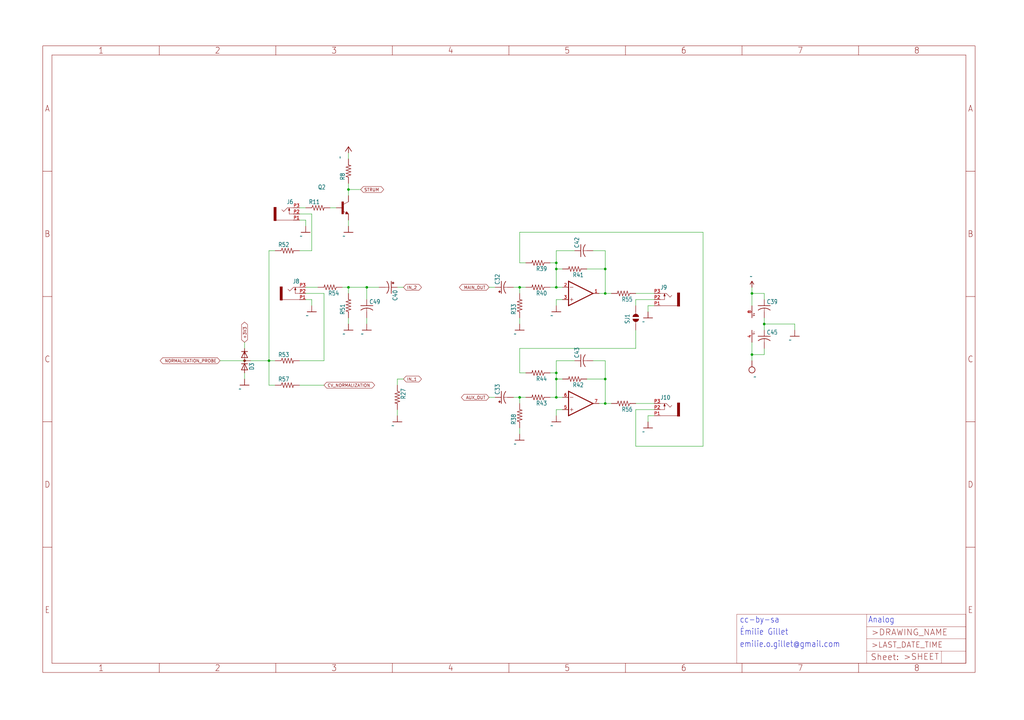
<source format=kicad_sch>
(kicad_sch (version 20211123) (generator eeschema)
  (paper "User" 425.45 299.161)
  (lib_symbols
    (symbol "rings-eagle-import:+3V3" (power)
      (property "Value" "+3V3" (at -2.54 -5.08 90))
      (symbol "+3V3_1_0"
        (polyline (pts (xy 0 0) (xy -1.27 -1.905)) (stroke (width 0.254)))
        (polyline (pts (xy 1.27 -1.905) (xy 0 0)) (stroke (width 0.254)))
        (pin power_in line (at 0 -2.54 90) (length 2.54) (name "+3V3") (number "1"))
      )
    )
    (symbol "rings-eagle-import:-NPN-SOT23-BEC"
      (property "Reference" "T" (at -10.16 7.62 0))
      (property "Value" "-NPN-SOT23-BEC" (at -10.16 5.08 0))
      (symbol "-NPN-SOT23-BEC_1_0"
        (rectangle (start -0.254 -2.54) (end 0.508 2.54) (fill (type outline)))
        (polyline (pts (xy 1.27 -2.54) (xy 1.778 -1.524)) (stroke (width 0.1524)))
        (polyline (pts (xy 1.524 -2.413) (xy 2.286 -2.413)) (stroke (width 0.254)))
        (polyline (pts (xy 1.524 -2.286) (xy 1.905 -2.286)) (stroke (width 0.254)))
        (polyline (pts (xy 1.54 -2.04) (xy 0.308 -1.424)) (stroke (width 0.1524)))
        (polyline (pts (xy 1.778 -1.778) (xy 1.524 -2.286)) (stroke (width 0.254)))
        (polyline (pts (xy 1.778 -1.524) (xy 2.54 -2.54)) (stroke (width 0.1524)))
        (polyline (pts (xy 1.905 -2.286) (xy 1.778 -2.032)) (stroke (width 0.254)))
        (polyline (pts (xy 2.286 -2.413) (xy 1.778 -1.778)) (stroke (width 0.254)))
        (polyline (pts (xy 2.54 -2.54) (xy 1.27 -2.54)) (stroke (width 0.1524)))
        (polyline (pts (xy 2.54 2.54) (xy 0.508 1.524)) (stroke (width 0.1524)))
        (pin passive line (at -2.54 0 0) (length 2.54) (name "B") (number "B"))
        (pin passive line (at 2.54 5.08 270) (length 2.54) (name "C") (number "C"))
        (pin passive line (at 2.54 -5.08 90) (length 2.54) (name "E") (number "E"))
      )
    )
    (symbol "rings-eagle-import:A3L-LOC"
      (symbol "A3L-LOC_1_0"
        (polyline (pts (xy 0 52.07) (xy 3.81 52.07)))
        (polyline (pts (xy 0 104.14) (xy 3.81 104.14)))
        (polyline (pts (xy 0 156.21) (xy 3.81 156.21)))
        (polyline (pts (xy 0 208.28) (xy 3.81 208.28)))
        (polyline (pts (xy 3.81 3.81) (xy 3.81 256.54)))
        (polyline (pts (xy 48.4188 0) (xy 48.4188 3.81)))
        (polyline (pts (xy 48.4188 256.54) (xy 48.4188 260.35)))
        (polyline (pts (xy 96.8375 0) (xy 96.8375 3.81)))
        (polyline (pts (xy 96.8375 256.54) (xy 96.8375 260.35)))
        (polyline (pts (xy 145.2563 0) (xy 145.2563 3.81)))
        (polyline (pts (xy 145.2563 256.54) (xy 145.2563 260.35)))
        (polyline (pts (xy 193.675 0) (xy 193.675 3.81)))
        (polyline (pts (xy 193.675 256.54) (xy 193.675 260.35)))
        (polyline (pts (xy 242.0938 0) (xy 242.0938 3.81)))
        (polyline (pts (xy 242.0938 256.54) (xy 242.0938 260.35)))
        (polyline (pts (xy 288.29 3.81) (xy 288.29 24.13)) (stroke (width 0.1016)))
        (polyline (pts (xy 288.29 3.81) (xy 342.265 3.81)) (stroke (width 0.1016)))
        (polyline (pts (xy 288.29 24.13) (xy 342.265 24.13)) (stroke (width 0.1016)))
        (polyline (pts (xy 290.5125 0) (xy 290.5125 3.81)))
        (polyline (pts (xy 290.5125 256.54) (xy 290.5125 260.35)))
        (polyline (pts (xy 338.9313 0) (xy 338.9313 3.81)))
        (polyline (pts (xy 338.9313 256.54) (xy 338.9313 260.35)))
        (polyline (pts (xy 342.265 3.81) (xy 373.38 3.81)) (stroke (width 0.1016)))
        (polyline (pts (xy 342.265 8.89) (xy 342.265 3.81)) (stroke (width 0.1016)))
        (polyline (pts (xy 342.265 8.89) (xy 342.265 13.97)) (stroke (width 0.1016)))
        (polyline (pts (xy 342.265 13.97) (xy 342.265 19.05)) (stroke (width 0.1016)))
        (polyline (pts (xy 342.265 13.97) (xy 383.54 13.97)) (stroke (width 0.1016)))
        (polyline (pts (xy 342.265 19.05) (xy 342.265 24.13)) (stroke (width 0.1016)))
        (polyline (pts (xy 342.265 19.05) (xy 383.54 19.05)) (stroke (width 0.1016)))
        (polyline (pts (xy 342.265 24.13) (xy 383.54 24.13)) (stroke (width 0.1016)))
        (polyline (pts (xy 373.38 3.81) (xy 373.38 8.89)) (stroke (width 0.1016)))
        (polyline (pts (xy 373.38 3.81) (xy 383.54 3.81)) (stroke (width 0.1016)))
        (polyline (pts (xy 373.38 8.89) (xy 342.265 8.89)) (stroke (width 0.1016)))
        (polyline (pts (xy 373.38 8.89) (xy 383.54 8.89)) (stroke (width 0.1016)))
        (polyline (pts (xy 383.54 3.81) (xy 3.81 3.81)))
        (polyline (pts (xy 383.54 3.81) (xy 383.54 8.89)) (stroke (width 0.1016)))
        (polyline (pts (xy 383.54 3.81) (xy 383.54 256.54)))
        (polyline (pts (xy 383.54 8.89) (xy 383.54 13.97)) (stroke (width 0.1016)))
        (polyline (pts (xy 383.54 13.97) (xy 383.54 19.05)) (stroke (width 0.1016)))
        (polyline (pts (xy 383.54 19.05) (xy 383.54 24.13)) (stroke (width 0.1016)))
        (polyline (pts (xy 383.54 52.07) (xy 387.35 52.07)))
        (polyline (pts (xy 383.54 104.14) (xy 387.35 104.14)))
        (polyline (pts (xy 383.54 156.21) (xy 387.35 156.21)))
        (polyline (pts (xy 383.54 208.28) (xy 387.35 208.28)))
        (polyline (pts (xy 383.54 256.54) (xy 3.81 256.54)))
        (polyline (pts (xy 0 0) (xy 387.35 0) (xy 387.35 260.35) (xy 0 260.35) (xy 0 0)))
        (text "1" (at 24.2094 1.905 0) (effects (font (size 2.54 2.286))))
        (text "1" (at 24.2094 258.445 0) (effects (font (size 2.54 2.286))))
        (text "2" (at 72.6281 1.905 0) (effects (font (size 2.54 2.286))))
        (text "2" (at 72.6281 258.445 0) (effects (font (size 2.54 2.286))))
        (text "3" (at 121.0469 1.905 0) (effects (font (size 2.54 2.286))))
        (text "3" (at 121.0469 258.445 0) (effects (font (size 2.54 2.286))))
        (text "4" (at 169.4656 1.905 0) (effects (font (size 2.54 2.286))))
        (text "4" (at 169.4656 258.445 0) (effects (font (size 2.54 2.286))))
        (text "5" (at 217.8844 1.905 0) (effects (font (size 2.54 2.286))))
        (text "5" (at 217.8844 258.445 0) (effects (font (size 2.54 2.286))))
        (text "6" (at 266.3031 1.905 0) (effects (font (size 2.54 2.286))))
        (text "6" (at 266.3031 258.445 0) (effects (font (size 2.54 2.286))))
        (text "7" (at 314.7219 1.905 0) (effects (font (size 2.54 2.286))))
        (text "7" (at 314.7219 258.445 0) (effects (font (size 2.54 2.286))))
        (text "8" (at 363.1406 1.905 0) (effects (font (size 2.54 2.286))))
        (text "8" (at 363.1406 258.445 0) (effects (font (size 2.54 2.286))))
        (text ">DRAWING_NAME" (at 344.17 15.24 0) (effects (font (size 2.54 2.54)) (justify left bottom)))
        (text ">LAST_DATE_TIME" (at 344.17 10.16 0) (effects (font (size 2.286 2.286)) (justify left bottom)))
        (text ">SHEET" (at 357.505 5.08 0) (effects (font (size 2.54 2.54)) (justify left bottom)))
        (text "A" (at 1.905 234.315 0) (effects (font (size 2.54 2.286))))
        (text "A" (at 385.445 234.315 0) (effects (font (size 2.54 2.286))))
        (text "B" (at 1.905 182.245 0) (effects (font (size 2.54 2.286))))
        (text "B" (at 385.445 182.245 0) (effects (font (size 2.54 2.286))))
        (text "C" (at 1.905 130.175 0) (effects (font (size 2.54 2.286))))
        (text "C" (at 385.445 130.175 0) (effects (font (size 2.54 2.286))))
        (text "D" (at 1.905 78.105 0) (effects (font (size 2.54 2.286))))
        (text "D" (at 385.445 78.105 0) (effects (font (size 2.54 2.286))))
        (text "E" (at 1.905 26.035 0) (effects (font (size 2.54 2.286))))
        (text "E" (at 385.445 26.035 0) (effects (font (size 2.54 2.286))))
        (text "Sheet:" (at 343.916 4.953 0) (effects (font (size 2.54 2.54)) (justify left bottom)))
      )
    )
    (symbol "rings-eagle-import:C-USC0603"
      (property "Reference" "C" (at 1.016 0.635 0))
      (property "Value" "C-USC0603" (at 1.016 -4.191 0))
      (symbol "C-USC0603_1_0"
        (arc (start 0 -1.0161) (mid -1.302 -1.2303) (end -2.4668 -1.8504) (stroke (width 0.254)))
        (polyline (pts (xy -2.54 0) (xy 2.54 0)) (stroke (width 0.254)))
        (polyline (pts (xy 0 -1.016) (xy 0 -2.54)) (stroke (width 0.1524)))
        (arc (start 2.4892 -1.8542) (mid 1.3158 -1.2195) (end 0 -1) (stroke (width 0.254)))
        (pin passive line (at 0 2.54 270) (length 2.54) (name "1") (number "1"))
        (pin passive line (at 0 -5.08 90) (length 2.54) (name "2") (number "2"))
      )
    )
    (symbol "rings-eagle-import:CPOL-USA"
      (property "Reference" "C" (at 1.016 0.635 0))
      (property "Value" "CPOL-USA" (at 1.016 -4.191 0))
      (symbol "CPOL-USA_1_0"
        (rectangle (start -2.253 0.668) (end -1.364 0.795) (fill (type outline)))
        (rectangle (start -1.872 0.287) (end -1.745 1.176) (fill (type outline)))
        (arc (start 0 -1.0161) (mid -1.3021 -1.2302) (end -2.4669 -1.8504) (stroke (width 0.254)))
        (polyline (pts (xy -2.54 0) (xy 2.54 0)) (stroke (width 0.254)))
        (polyline (pts (xy 0 -1.016) (xy 0 -2.54)) (stroke (width 0.1524)))
        (arc (start 2.4892 -1.8542) (mid 1.3158 -1.2195) (end 0 -1) (stroke (width 0.254)))
        (pin passive line (at 0 2.54 270) (length 2.54) (name "+") (number "+"))
        (pin passive line (at 0 -5.08 90) (length 2.54) (name "-") (number "-"))
      )
    )
    (symbol "rings-eagle-import:DIODE_2CACA-SOT23"
      (property "Reference" "D" (at 0.762 2.0066 0))
      (property "Value" "DIODE_2CACA-SOT23" (at -4.826 -3.4544 0))
      (symbol "DIODE_2CACA-SOT23_1_0"
        (polyline (pts (xy -3.81 -1.27) (xy -3.81 0)) (stroke (width 0.254)))
        (polyline (pts (xy -3.81 0) (xy -3.81 1.27)) (stroke (width 0.254)))
        (polyline (pts (xy -3.81 0) (xy -1.27 -1.27)) (stroke (width 0.254)))
        (polyline (pts (xy -3.81 0) (xy 1.27 0)) (stroke (width 0.1524)))
        (polyline (pts (xy -2.54 0) (xy -3.81 0)) (stroke (width 0.1524)))
        (polyline (pts (xy -1.27 -1.27) (xy -1.27 1.27)) (stroke (width 0.254)))
        (polyline (pts (xy -1.27 1.27) (xy -3.81 0)) (stroke (width 0.254)))
        (polyline (pts (xy 1.27 -1.27) (xy 1.27 0)) (stroke (width 0.254)))
        (polyline (pts (xy 1.27 0) (xy 1.27 1.27)) (stroke (width 0.254)))
        (polyline (pts (xy 1.27 0) (xy 3.81 -1.27)) (stroke (width 0.254)))
        (polyline (pts (xy 2.54 0) (xy 1.27 0)) (stroke (width 0.1524)))
        (polyline (pts (xy 3.81 -1.27) (xy 3.81 1.27)) (stroke (width 0.254)))
        (polyline (pts (xy 3.81 1.27) (xy 1.27 0)) (stroke (width 0.254)))
        (circle (center 0 0) (radius 0.127) (stroke (width 0.4064)))
        (pin passive line (at 5.08 0 180) (length 2.54) (name "A") (number "1"))
        (pin passive line (at -5.08 0 0) (length 2.54) (name "C") (number "2"))
        (pin passive line (at 0 2.54 270) (length 2.54) (name "AC") (number "3"))
      )
    )
    (symbol "rings-eagle-import:GND" (power)
      (property "Value" "GND" (at -2.54 -2.54 0))
      (symbol "GND_1_0"
        (polyline (pts (xy -1.905 0) (xy 1.905 0)) (stroke (width 0.254)))
        (pin power_in line (at 0 2.54 270) (length 2.54) (name "GND") (number "1"))
      )
    )
    (symbol "rings-eagle-import:PJ301_THONKICONN6"
      (property "Reference" "J" (at -2.54 4.064 0))
      (symbol "PJ301_THONKICONN6_1_0"
        (polyline (pts (xy -2.54 -2.54) (xy 4.572 -2.54)) (stroke (width 0.1524)))
        (polyline (pts (xy -2.54 0) (xy -0.762 0)) (stroke (width 0.1524)))
        (polyline (pts (xy -2.54 2.54) (xy 0 2.54)) (stroke (width 0.1524)))
        (polyline (pts (xy -1.016 1.524) (xy -0.508 1.524)) (stroke (width 0.254)))
        (polyline (pts (xy -0.762 0) (xy -0.762 2.286)) (stroke (width 0.1524)))
        (polyline (pts (xy -0.762 2.286) (xy -1.016 1.524)) (stroke (width 0.254)))
        (polyline (pts (xy -0.508 1.524) (xy -0.762 2.286)) (stroke (width 0.254)))
        (polyline (pts (xy 0 2.54) (xy 1.524 1.016)) (stroke (width 0.1524)))
        (polyline (pts (xy 1.524 1.016) (xy 2.286 1.778)) (stroke (width 0.1524)))
        (rectangle (start 4.572 2.794) (end 5.588 -2.794) (fill (type outline)))
        (pin passive line (at -5.08 -2.54 0) (length 2.54) (name "1") (number "P1"))
        (pin passive line (at -5.08 0 0) (length 2.54) (name "2") (number "P2"))
        (pin passive line (at -5.08 2.54 0) (length 2.54) (name "3") (number "P3"))
      )
    )
    (symbol "rings-eagle-import:R-US_R0603"
      (property "Reference" "R" (at -3.81 1.4986 0))
      (property "Value" "R-US_R0603" (at -3.81 -3.302 0))
      (symbol "R-US_R0603_1_0"
        (polyline (pts (xy -2.54 0) (xy -2.159 1.016)) (stroke (width 0.2032)))
        (polyline (pts (xy -2.159 1.016) (xy -1.524 -1.016)) (stroke (width 0.2032)))
        (polyline (pts (xy -1.524 -1.016) (xy -0.889 1.016)) (stroke (width 0.2032)))
        (polyline (pts (xy -0.889 1.016) (xy -0.254 -1.016)) (stroke (width 0.2032)))
        (polyline (pts (xy -0.254 -1.016) (xy 0.381 1.016)) (stroke (width 0.2032)))
        (polyline (pts (xy 0.381 1.016) (xy 1.016 -1.016)) (stroke (width 0.2032)))
        (polyline (pts (xy 1.016 -1.016) (xy 1.651 1.016)) (stroke (width 0.2032)))
        (polyline (pts (xy 1.651 1.016) (xy 2.286 -1.016)) (stroke (width 0.2032)))
        (polyline (pts (xy 2.286 -1.016) (xy 2.54 0)) (stroke (width 0.2032)))
        (pin passive line (at -5.08 0 0) (length 2.54) (name "1") (number "1"))
        (pin passive line (at 5.08 0 180) (length 2.54) (name "2") (number "2"))
      )
    )
    (symbol "rings-eagle-import:SOLDERJUMPERNC2"
      (property "Reference" "SJ" (at -2.54 2.54 0))
      (symbol "SOLDERJUMPERNC2_1_0"
        (arc (start -0.381 1.2699) (mid -1.6508 0) (end -0.381 -1.2699) (stroke (width 0.0001)) (fill (type outline)))
        (polyline (pts (xy -2.54 0) (xy -1.651 0)) (stroke (width 0.1524)))
        (polyline (pts (xy 2.54 0) (xy 1.651 0)) (stroke (width 0.1524)))
        (arc (start 0.381 -1.2699) (mid 1.6508 0) (end 0.381 1.2699) (stroke (width 0.0001)) (fill (type outline)))
        (pin passive line (at -5.08 0 0) (length 2.54) (name "1") (number "1"))
        (pin passive line (at 5.08 0 180) (length 2.54) (name "2") (number "2"))
      )
    )
    (symbol "rings-eagle-import:TL072D"
      (symbol "TL072D_1_0"
        (polyline (pts (xy -5.08 -5.08) (xy 5.08 0)) (stroke (width 0.4064)))
        (polyline (pts (xy -5.08 5.08) (xy -5.08 -5.08)) (stroke (width 0.4064)))
        (polyline (pts (xy -4.445 -2.54) (xy -3.175 -2.54)) (stroke (width 0.1524)))
        (polyline (pts (xy -4.445 2.54) (xy -3.175 2.54)) (stroke (width 0.1524)))
        (polyline (pts (xy -3.81 3.175) (xy -3.81 1.905)) (stroke (width 0.1524)))
        (polyline (pts (xy 5.08 0) (xy -5.08 5.08)) (stroke (width 0.4064)))
        (pin output line (at 7.62 0 180) (length 2.54) (name "OUT") (number "1"))
        (pin input line (at -7.62 -2.54 0) (length 2.54) (name "-IN") (number "2"))
        (pin input line (at -7.62 2.54 0) (length 2.54) (name "+IN") (number "3"))
      )
      (symbol "TL072D_2_0"
        (polyline (pts (xy -5.08 -5.08) (xy 5.08 0)) (stroke (width 0.4064)))
        (polyline (pts (xy -5.08 5.08) (xy -5.08 -5.08)) (stroke (width 0.4064)))
        (polyline (pts (xy -4.445 -2.54) (xy -3.175 -2.54)) (stroke (width 0.1524)))
        (polyline (pts (xy -4.445 2.54) (xy -3.175 2.54)) (stroke (width 0.1524)))
        (polyline (pts (xy -3.81 3.175) (xy -3.81 1.905)) (stroke (width 0.1524)))
        (polyline (pts (xy 5.08 0) (xy -5.08 5.08)) (stroke (width 0.4064)))
        (pin input line (at -7.62 2.54 0) (length 2.54) (name "+IN") (number "5"))
        (pin input line (at -7.62 -2.54 0) (length 2.54) (name "-IN") (number "6"))
        (pin output line (at 7.62 0 180) (length 2.54) (name "OUT") (number "7"))
      )
      (symbol "TL072D_3_0"
        (text "V+" (at 1.27 3.175 900) (effects (font (size 0.8128 0.6908)) (justify left bottom)))
        (text "V-" (at 1.27 -4.445 900) (effects (font (size 0.8128 0.6908)) (justify left bottom)))
        (pin power_in line (at 0 -7.62 90) (length 5.08) (name "V-") (number "4"))
        (pin power_in line (at 0 7.62 270) (length 5.08) (name "V+") (number "8"))
      )
    )
    (symbol "rings-eagle-import:VCC" (power)
      (property "Value" "VCC" (at -1.016 3.556 0))
      (symbol "VCC_1_0"
        (polyline (pts (xy 0 2.54) (xy -0.762 1.27)) (stroke (width 0.254)))
        (polyline (pts (xy 0.762 1.27) (xy 0 2.54)) (stroke (width 0.254)))
        (pin power_in line (at 0 0 90) (length 2.54) (name "VCC") (number "1"))
      )
    )
    (symbol "rings-eagle-import:VEE" (power)
      (property "Value" "VEE" (at -1.905 3.175 0))
      (symbol "VEE_1_0"
        (circle (center 0 1.27) (radius 1.27) (stroke (width 0.254)))
        (pin power_in line (at 0 -2.54 90) (length 2.54) (name "VEE") (number "1"))
      )
    )
  )
  (junction (at 215.9 165.1))
  (junction (at 152.4 119.38))
  (junction (at 312.42 147.32))
  (junction (at 231.14 165.1))
  (junction (at 251.46 157.48))
  (junction (at 231.14 111.76))
  (junction (at 251.46 121.92))
  (junction (at 231.14 157.48))
  (junction (at 312.42 121.92))
  (junction (at 231.14 154.94))
  (junction (at 251.46 167.64))
  (junction (at 251.46 111.76))
  (junction (at 317.5 134.62))
  (junction (at 144.78 78.74))
  (junction (at 215.9 119.38))
  (junction (at 231.14 119.38))
  (junction (at 111.76 149.86))
  (junction (at 231.14 109.22))
  (junction (at 144.78 119.38))
  (wire (pts (xy 246.38 104.14) (xy 251.46 104.14)))
  (wire (pts (xy 251.46 157.48) (xy 251.46 167.64)))
  (wire (pts (xy 231.14 165.1) (xy 233.68 165.1)))
  (wire (pts (xy 231.14 149.86) (xy 238.76 149.86)))
  (wire (pts (xy 144.78 119.38) (xy 152.4 119.38)))
  (wire (pts (xy 243.84 157.48) (xy 251.46 157.48)))
  (wire (pts (xy 251.46 167.64) (xy 254 167.64)))
  (wire (pts (xy 317.5 134.62) (xy 317.5 137.16)))
  (wire (pts (xy 269.24 172.72) (xy 269.24 175.26)))
  (wire (pts (xy 228.6 165.1) (xy 231.14 165.1)))
  (wire (pts (xy 215.9 119.38) (xy 215.9 121.92)))
  (wire (pts (xy 271.78 170.18) (xy 264.16 170.18)))
  (wire (pts (xy 251.46 111.76) (xy 251.46 121.92)))
  (wire (pts (xy 152.4 119.38) (xy 157.48 119.38)))
  (wire (pts (xy 215.9 177.8) (xy 215.9 180.34)))
  (wire (pts (xy 124.46 104.14) (xy 129.54 104.14)))
  (wire (pts (xy 213.36 165.1) (xy 215.9 165.1)))
  (wire (pts (xy 231.14 104.14) (xy 238.76 104.14)))
  (wire (pts (xy 101.6 154.94) (xy 101.6 157.48)))
  (wire (pts (xy 264.16 137.16) (xy 264.16 144.78)))
  (wire (pts (xy 269.24 127) (xy 269.24 129.54)))
  (wire (pts (xy 231.14 154.94) (xy 231.14 149.86)))
  (wire (pts (xy 215.9 132.08) (xy 215.9 134.62)))
  (wire (pts (xy 205.74 119.38) (xy 203.2 119.38)))
  (wire (pts (xy 271.78 172.72) (xy 269.24 172.72)))
  (wire (pts (xy 142.24 119.38) (xy 144.78 119.38)))
  (wire (pts (xy 144.78 91.44) (xy 144.78 93.98)))
  (wire (pts (xy 312.42 121.92) (xy 317.5 121.92)))
  (wire (pts (xy 127 119.38) (xy 132.08 119.38)))
  (wire (pts (xy 251.46 167.64) (xy 248.92 167.64)))
  (wire (pts (xy 317.5 132.08) (xy 317.5 134.62)))
  (wire (pts (xy 231.14 157.48) (xy 233.68 157.48)))
  (wire (pts (xy 312.42 142.24) (xy 312.42 147.32)))
  (wire (pts (xy 144.78 81.28) (xy 144.78 78.74)))
  (wire (pts (xy 111.76 104.14) (xy 111.76 149.86)))
  (wire (pts (xy 231.14 109.22) (xy 231.14 104.14)))
  (wire (pts (xy 215.9 165.1) (xy 218.44 165.1)))
  (wire (pts (xy 231.14 170.18) (xy 231.14 172.72)))
  (wire (pts (xy 264.16 121.92) (xy 271.78 121.92)))
  (wire (pts (xy 231.14 111.76) (xy 231.14 109.22)))
  (wire (pts (xy 228.6 119.38) (xy 231.14 119.38)))
  (wire (pts (xy 312.42 147.32) (xy 312.42 149.86)))
  (wire (pts (xy 231.14 119.38) (xy 233.68 119.38)))
  (wire (pts (xy 264.16 185.42) (xy 292.1 185.42)))
  (wire (pts (xy 215.9 144.78) (xy 215.9 154.94)))
  (wire (pts (xy 251.46 121.92) (xy 254 121.92)))
  (wire (pts (xy 127 91.44) (xy 127 93.98)))
  (wire (pts (xy 231.14 165.1) (xy 231.14 157.48)))
  (wire (pts (xy 144.78 66.04) (xy 144.78 63.5)))
  (wire (pts (xy 114.3 104.14) (xy 111.76 104.14)))
  (wire (pts (xy 129.54 88.9) (xy 124.46 88.9)))
  (wire (pts (xy 144.78 132.08) (xy 144.78 134.62)))
  (wire (pts (xy 233.68 124.46) (xy 231.14 124.46)))
  (wire (pts (xy 165.1 119.38) (xy 167.64 119.38)))
  (wire (pts (xy 292.1 96.52) (xy 215.9 96.52)))
  (wire (pts (xy 231.14 111.76) (xy 233.68 111.76)))
  (wire (pts (xy 129.54 104.14) (xy 129.54 88.9)))
  (wire (pts (xy 213.36 119.38) (xy 215.9 119.38)))
  (wire (pts (xy 271.78 127) (xy 269.24 127)))
  (wire (pts (xy 330.2 134.62) (xy 330.2 137.16)))
  (wire (pts (xy 152.4 119.38) (xy 152.4 124.46)))
  (wire (pts (xy 231.14 157.48) (xy 231.14 154.94)))
  (wire (pts (xy 231.14 119.38) (xy 231.14 111.76)))
  (wire (pts (xy 264.16 127) (xy 264.16 124.46)))
  (wire (pts (xy 111.76 160.02) (xy 114.3 160.02)))
  (wire (pts (xy 312.42 121.92) (xy 312.42 119.38)))
  (wire (pts (xy 233.68 170.18) (xy 231.14 170.18)))
  (wire (pts (xy 317.5 147.32) (xy 317.5 144.78)))
  (wire (pts (xy 134.62 149.86) (xy 134.62 121.92)))
  (wire (pts (xy 165.1 170.18) (xy 165.1 172.72)))
  (wire (pts (xy 124.46 91.44) (xy 127 91.44)))
  (wire (pts (xy 215.9 119.38) (xy 218.44 119.38)))
  (wire (pts (xy 144.78 78.74) (xy 149.86 78.74)))
  (wire (pts (xy 317.5 121.92) (xy 317.5 124.46)))
  (wire (pts (xy 246.38 149.86) (xy 251.46 149.86)))
  (wire (pts (xy 215.9 154.94) (xy 218.44 154.94)))
  (wire (pts (xy 215.9 96.52) (xy 215.9 109.22)))
  (wire (pts (xy 251.46 121.92) (xy 248.92 121.92)))
  (wire (pts (xy 271.78 124.46) (xy 264.16 124.46)))
  (wire (pts (xy 144.78 119.38) (xy 144.78 121.92)))
  (wire (pts (xy 137.16 86.36) (xy 139.7 86.36)))
  (wire (pts (xy 101.6 144.78) (xy 101.6 142.24)))
  (wire (pts (xy 124.46 86.36) (xy 127 86.36)))
  (wire (pts (xy 129.54 124.46) (xy 129.54 127)))
  (wire (pts (xy 264.16 167.64) (xy 271.78 167.64)))
  (wire (pts (xy 215.9 165.1) (xy 215.9 167.64)))
  (wire (pts (xy 251.46 149.86) (xy 251.46 157.48)))
  (wire (pts (xy 165.1 157.48) (xy 167.64 157.48)))
  (wire (pts (xy 127 121.92) (xy 134.62 121.92)))
  (wire (pts (xy 228.6 154.94) (xy 231.14 154.94)))
  (wire (pts (xy 312.42 127) (xy 312.42 121.92)))
  (wire (pts (xy 205.74 165.1) (xy 203.2 165.1)))
  (wire (pts (xy 124.46 149.86) (xy 134.62 149.86)))
  (wire (pts (xy 228.6 109.22) (xy 231.14 109.22)))
  (wire (pts (xy 243.84 111.76) (xy 251.46 111.76)))
  (wire (pts (xy 152.4 132.08) (xy 152.4 134.62)))
  (wire (pts (xy 231.14 124.46) (xy 231.14 127)))
  (wire (pts (xy 251.46 104.14) (xy 251.46 111.76)))
  (wire (pts (xy 111.76 149.86) (xy 111.76 160.02)))
  (wire (pts (xy 264.16 170.18) (xy 264.16 185.42)))
  (wire (pts (xy 127 124.46) (xy 129.54 124.46)))
  (wire (pts (xy 292.1 185.42) (xy 292.1 96.52)))
  (wire (pts (xy 312.42 147.32) (xy 317.5 147.32)))
  (wire (pts (xy 165.1 160.02) (xy 165.1 157.48)))
  (wire (pts (xy 91.44 149.86) (xy 111.76 149.86)))
  (wire (pts (xy 144.78 78.74) (xy 144.78 76.2)))
  (wire (pts (xy 215.9 109.22) (xy 218.44 109.22)))
  (wire (pts (xy 317.5 134.62) (xy 330.2 134.62)))
  (wire (pts (xy 124.46 160.02) (xy 134.62 160.02)))
  (wire (pts (xy 111.76 149.86) (xy 114.3 149.86)))
  (wire (pts (xy 264.16 144.78) (xy 215.9 144.78)))
  (text "Analog" (at 360.68 259.08 180) (effects (font (size 2.54 2.159)) (justify left bottom)))
  (text "Émilie Gillet" (at 307.34 264.16 180) (effects (font (size 2.54 2.159)) (justify left bottom)))
  (text "cc-by-sa" (at 307.34 259.08 180) (effects (font (size 2.54 2.159)) (justify left bottom)))
  (text "emilie.o.gillet@gmail.com" (at 307.34 269.24 180) (effects (font (size 2.54 2.159)) (justify left bottom)))
  (global_label "NORMALIZATION_PROBE" (shape bidirectional) (at 91.44 149.86 180) (effects (font (size 1.2446 1.2446))) (property "Intersheet References" "${INTERSHEET_REFS}" (effects hide)))
  (global_label "AUX_OUT" (shape bidirectional) (at 203.2 165.1 180) (effects (font (size 1.2446 1.2446))) (property "Intersheet References" "${INTERSHEET_REFS}" (effects hide)))
  (global_label "IN_1" (shape bidirectional) (at 167.64 157.48 0) (effects (font (size 1.2446 1.2446))) (property "Intersheet References" "${INTERSHEET_REFS}" (effects hide)))
  (global_label "+3V3" (shape bidirectional) (at 101.6 142.24 90) (effects (font (size 1.2446 1.2446))) (property "Intersheet References" "${INTERSHEET_REFS}" (effects hide)))
  (global_label "CV_NORMALIZATION" (shape bidirectional) (at 134.62 160.02 0) (effects (font (size 1.2446 1.2446))) (property "Intersheet References" "${INTERSHEET_REFS}" (effects hide)))
  (global_label "IN_2" (shape bidirectional) (at 167.64 119.38 0) (effects (font (size 1.2446 1.2446))) (property "Intersheet References" "${INTERSHEET_REFS}" (effects hide)))
  (global_label "STRUM" (shape bidirectional) (at 149.86 78.74 0) (effects (font (size 1.2446 1.2446))) (property "Intersheet References" "${INTERSHEET_REFS}" (effects hide)))
  (global_label "MAIN_OUT" (shape bidirectional) (at 203.2 119.38 180) (effects (font (size 1.2446 1.2446))) (property "Intersheet References" "${INTERSHEET_REFS}" (effects hide)))
  (symbol (lib_id "rings-eagle-import:GND") (at 330.2 139.7 0) (unit 1)
    (property "Reference" "#GND41" (effects hide))
  )
  (symbol (lib_id "rings-eagle-import:TL072D") (at 241.3 167.64 0) (mirror x) (unit 2)
    (property "Reference" "IC8" (effects hide))
  )
  (symbol (lib_id "rings-eagle-import:GND") (at 101.6 160.02 0) (unit 1)
    (property "Reference" "#GND52" (effects hide))
  )
  (symbol (lib_id "rings-eagle-import:CPOL-USA") (at 162.56 119.38 270) (unit 1)
    (property "Reference" "C40" (at 163.195 120.396 0) (effects (font (size 1.778 1.5113)) (justify left bottom)))
  )
  (symbol (lib_id "rings-eagle-import:C-USC0603") (at 241.3 104.14 90) (unit 1)
    (property "Reference" "C42" (at 240.665 103.124 0) (effects (font (size 1.778 1.5113)) (justify left bottom)))
  )
  (symbol (lib_id "rings-eagle-import:R-US_R0603") (at 238.76 157.48 180) (unit 1)
    (property "Reference" "R42" (at 242.57 158.9786 0) (effects (font (size 1.778 1.5113)) (justify left bottom)))
  )
  (symbol (lib_id "rings-eagle-import:VEE") (at 312.42 152.4 180) (unit 1)
    (property "Reference" "#SUPPLY4" (effects hide))
  )
  (symbol (lib_id "rings-eagle-import:GND") (at 215.9 137.16 0) (unit 1)
    (property "Reference" "#GND37" (effects hide))
  )
  (symbol (lib_id "rings-eagle-import:GND") (at 269.24 177.8 0) (unit 1)
    (property "Reference" "#GND33" (effects hide))
  )
  (symbol (lib_id "rings-eagle-import:-NPN-SOT23-BEC") (at 142.24 86.36 0) (unit 1)
    (property "Reference" "Q2" (at 132.08 78.74 0) (effects (font (size 1.778 1.5113)) (justify left bottom)))
  )
  (symbol (lib_id "rings-eagle-import:R-US_R0603") (at 223.52 165.1 180) (unit 1)
    (property "Reference" "R43" (at 227.33 166.5986 0) (effects (font (size 1.778 1.5113)) (justify left bottom)))
  )
  (symbol (lib_id "rings-eagle-import:R-US_R0603") (at 119.38 104.14 0) (unit 1)
    (property "Reference" "R52" (at 115.57 102.6414 0) (effects (font (size 1.778 1.5113)) (justify left bottom)))
  )
  (symbol (lib_id "rings-eagle-import:CPOL-USA") (at 208.28 165.1 90) (unit 1)
    (property "Reference" "C33" (at 207.645 164.084 0) (effects (font (size 1.778 1.5113)) (justify left bottom)))
  )
  (symbol (lib_id "rings-eagle-import:PJ301_THONKICONN6") (at 276.86 170.18 0) (unit 1)
    (property "Reference" "J10" (at 274.32 166.116 0) (effects (font (size 1.778 1.5113)) (justify left bottom)))
  )
  (symbol (lib_id "rings-eagle-import:R-US_R0603") (at 223.52 119.38 180) (unit 1)
    (property "Reference" "R40" (at 227.33 120.8786 0) (effects (font (size 1.778 1.5113)) (justify left bottom)))
  )
  (symbol (lib_id "rings-eagle-import:R-US_R0603") (at 144.78 127 90) (unit 1)
    (property "Reference" "R51" (at 143.2814 130.81 0) (effects (font (size 1.778 1.5113)) (justify left bottom)))
  )
  (symbol (lib_id "rings-eagle-import:C-USC0603") (at 317.5 127 0) (unit 1)
    (property "Reference" "C39" (at 318.516 126.365 0) (effects (font (size 1.778 1.5113)) (justify left bottom)))
  )
  (symbol (lib_id "rings-eagle-import:GND") (at 165.1 175.26 0) (unit 1)
    (property "Reference" "#GND22" (effects hide))
  )
  (symbol (lib_id "rings-eagle-import:GND") (at 152.4 137.16 0) (unit 1)
    (property "Reference" "#GND30" (effects hide))
  )
  (symbol (lib_id "rings-eagle-import:R-US_R0603") (at 259.08 121.92 180) (unit 1)
    (property "Reference" "R55" (at 262.89 123.4186 0) (effects (font (size 1.778 1.5113)) (justify left bottom)))
  )
  (symbol (lib_id "rings-eagle-import:R-US_R0603") (at 215.9 172.72 90) (unit 1)
    (property "Reference" "R38" (at 214.4014 176.53 0) (effects (font (size 1.778 1.5113)) (justify left bottom)))
  )
  (symbol (lib_id "rings-eagle-import:GND") (at 269.24 132.08 0) (unit 1)
    (property "Reference" "#GND39" (effects hide))
  )
  (symbol (lib_id "rings-eagle-import:A3L-LOC") (at 17.78 279.4 0) (unit 1)
    (property "Reference" "#FRAME1" (effects hide))
  )
  (symbol (lib_id "rings-eagle-import:DIODE_2CACA-SOT23") (at 101.6 149.86 270) (unit 1)
    (property "Reference" "D3" (at 103.6066 150.622 0) (effects (font (size 1.778 1.5113)) (justify left bottom)))
  )
  (symbol (lib_id "rings-eagle-import:PJ301_THONKICONN6") (at 121.92 121.92 0) (mirror y) (unit 1)
    (property "Reference" "J8" (at 124.46 117.856 0) (effects (font (size 1.778 1.5113)) (justify left bottom)))
  )
  (symbol (lib_id "rings-eagle-import:C-USC0603") (at 317.5 139.7 0) (unit 1)
    (property "Reference" "C45" (at 318.516 139.065 0) (effects (font (size 1.778 1.5113)) (justify left bottom)))
  )
  (symbol (lib_id "rings-eagle-import:R-US_R0603") (at 223.52 154.94 180) (unit 1)
    (property "Reference" "R44" (at 227.33 156.4386 0) (effects (font (size 1.778 1.5113)) (justify left bottom)))
  )
  (symbol (lib_id "rings-eagle-import:GND") (at 231.14 175.26 0) (unit 1)
    (property "Reference" "#GND32" (effects hide))
  )
  (symbol (lib_id "rings-eagle-import:CPOL-USA") (at 208.28 119.38 90) (unit 1)
    (property "Reference" "C32" (at 207.645 118.364 0) (effects (font (size 1.778 1.5113)) (justify left bottom)))
  )
  (symbol (lib_id "rings-eagle-import:+3V3") (at 144.78 60.96 0) (unit 1)
    (property "Reference" "#+3V7" (effects hide))
  )
  (symbol (lib_id "rings-eagle-import:R-US_R0603") (at 223.52 109.22 180) (unit 1)
    (property "Reference" "R39" (at 227.33 110.7186 0) (effects (font (size 1.778 1.5113)) (justify left bottom)))
  )
  (symbol (lib_id "rings-eagle-import:R-US_R0603") (at 119.38 149.86 0) (unit 1)
    (property "Reference" "R53" (at 115.57 148.3614 0) (effects (font (size 1.778 1.5113)) (justify left bottom)))
  )
  (symbol (lib_id "rings-eagle-import:R-US_R0603") (at 137.16 119.38 180) (unit 1)
    (property "Reference" "R54" (at 140.97 120.8786 0) (effects (font (size 1.778 1.5113)) (justify left bottom)))
  )
  (symbol (lib_id "rings-eagle-import:GND") (at 144.78 96.52 0) (unit 1)
    (property "Reference" "#GND42" (effects hide))
  )
  (symbol (lib_id "rings-eagle-import:C-USC0603") (at 241.3 149.86 90) (unit 1)
    (property "Reference" "C43" (at 240.665 148.844 0) (effects (font (size 1.778 1.5113)) (justify left bottom)))
  )
  (symbol (lib_id "rings-eagle-import:GND") (at 215.9 182.88 0) (unit 1)
    (property "Reference" "#GND31" (effects hide))
  )
  (symbol (lib_id "rings-eagle-import:R-US_R0603") (at 215.9 127 90) (unit 1)
    (property "Reference" "R33" (at 214.4014 130.81 0) (effects (font (size 1.778 1.5113)) (justify left bottom)))
  )
  (symbol (lib_id "rings-eagle-import:GND") (at 127 96.52 0) (unit 1)
    (property "Reference" "#GND51" (effects hide))
  )
  (symbol (lib_id "rings-eagle-import:TL072D") (at 312.42 134.62 0) (unit 3)
    (property "Reference" "IC8" (effects hide))
  )
  (symbol (lib_id "rings-eagle-import:GND") (at 144.78 137.16 0) (unit 1)
    (property "Reference" "#GND29" (effects hide))
  )
  (symbol (lib_id "rings-eagle-import:PJ301_THONKICONN6") (at 276.86 124.46 0) (unit 1)
    (property "Reference" "J9" (at 274.32 120.396 0) (effects (font (size 1.778 1.5113)) (justify left bottom)))
  )
  (symbol (lib_id "rings-eagle-import:GND") (at 129.54 129.54 0) (unit 1)
    (property "Reference" "#GND27" (effects hide))
  )
  (symbol (lib_id "rings-eagle-import:R-US_R0603") (at 132.08 86.36 0) (unit 1)
    (property "Reference" "R11" (at 128.27 84.8614 0) (effects (font (size 1.778 1.5113)) (justify left bottom)))
  )
  (symbol (lib_id "rings-eagle-import:GND") (at 231.14 129.54 0) (unit 1)
    (property "Reference" "#GND38" (effects hide))
  )
  (symbol (lib_id "rings-eagle-import:VCC") (at 312.42 119.38 0) (unit 1)
    (property "Reference" "#P+1" (effects hide))
  )
  (symbol (lib_id "rings-eagle-import:R-US_R0603") (at 144.78 71.12 90) (unit 1)
    (property "Reference" "R8" (at 143.2814 74.93 0) (effects (font (size 1.778 1.5113)) (justify left bottom)))
  )
  (symbol (lib_id "rings-eagle-import:TL072D") (at 241.3 121.92 0) (mirror x) (unit 1)
    (property "Reference" "IC8" (effects hide))
  )
  (symbol (lib_id "rings-eagle-import:PJ301_THONKICONN6") (at 119.38 88.9 0) (mirror y) (unit 1)
    (property "Reference" "J6" (at 121.92 84.836 0) (effects (font (size 1.778 1.5113)) (justify left bottom)))
  )
  (symbol (lib_id "rings-eagle-import:R-US_R0603") (at 238.76 111.76 180) (unit 1)
    (property "Reference" "R41" (at 242.57 113.2586 0) (effects (font (size 1.778 1.5113)) (justify left bottom)))
  )
  (symbol (lib_id "rings-eagle-import:R-US_R0603") (at 119.38 160.02 0) (unit 1)
    (property "Reference" "R57" (at 115.57 158.5214 0) (effects (font (size 1.778 1.5113)) (justify left bottom)))
  )
  (symbol (lib_id "rings-eagle-import:SOLDERJUMPERNC2") (at 264.16 132.08 90) (unit 1)
    (property "Reference" "SJ1" (at 261.62 134.62 0) (effects (font (size 1.778 1.5113)) (justify left bottom)))
  )
  (symbol (lib_id "rings-eagle-import:C-USC0603") (at 152.4 127 0) (unit 1)
    (property "Reference" "C49" (at 153.416 126.365 0) (effects (font (size 1.778 1.5113)) (justify left bottom)))
  )
  (symbol (lib_id "rings-eagle-import:R-US_R0603") (at 165.1 165.1 270) (unit 1)
    (property "Reference" "R27" (at 166.5986 161.29 0) (effects (font (size 1.778 1.5113)) (justify left bottom)))
  )
  (symbol (lib_id "rings-eagle-import:R-US_R0603") (at 259.08 167.64 180) (unit 1)
    (property "Reference" "R56" (at 262.89 169.1386 0) (effects (font (size 1.778 1.5113)) (justify left bottom)))
  )
)
</source>
